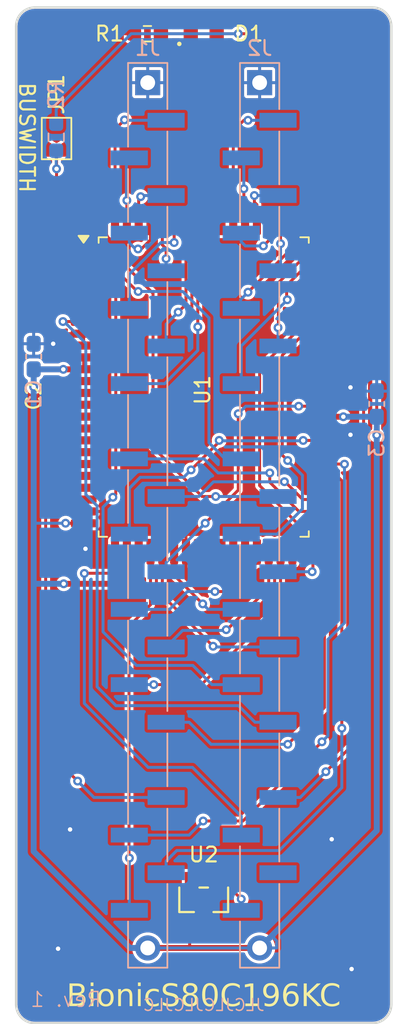
<source format=kicad_pcb>
(kicad_pcb (version 20241229) (generator "pcbnew") (generator_version "9.0")
  (title_block (title "BionicS80C196KC") (date "2025-12-03") (rev "1") (company "Tadashi G. Takaoka"))
  (layers (0 "F.Cu" signal) (2 "B.Cu" signal) (13 "F.Paste" user) (15 "B.Paste" user) (5 "F.SilkS" user "F.Silkscreen") (7 "B.SilkS" user "B.Silkscreen") (1 "F.Mask" user) (3 "B.Mask" user) (25 "Edge.Cuts" user))
  (net 0 "")
  (net 1 "VCC")
  (net 2 "GND")
  (net 3 "AD5")
  (net 4 "HSI.1")
  (net 5 "HSO.1")
  (net 6 "Net-(D1-K)")
  (net 7 "~{HOLD}")
  (net 8 "~{NMI}")
  (net 9 "AD6")
  (net 10 "HSI.0")
  (net 11 "AD4")
  (net 12 "Net-(J2-P57)")
  (net 13 "AD2")
  (net 14 "AD3")
  (net 15 "AD0")
  (net 16 "~{HLDA}")
  (net 17 "HSI.3")
  (net 18 "AD1")
  (net 19 "HSO.2")
  (net 20 "HSI.2")
  (net 21 "~{RESET}")
  (net 22 "AD7")
  (net 23 "HSO.0")
  (net 24 "HSO.3")
  (net 25 "EXINT")
  (net 26 "AD14")
  (net 28 "~{RD}")
  (net 29 "READY")
  (net 30 "XTAL1")
  (net 31 "RxD")
  (net 32 "AD11")
  (net 33 "AD8")
  (net 34 "AD13")
  (net 35 "AD12")
  (net 36 "TxD")
  (net 37 "AD15")
  (net 38 "~{BHE}")
  (net 39 "~{ADV}")
  (net 40 "~{WR}")
  (net 41 "INST")
  (net 42 "AD9")
  (net 43 "AD10")
  (net 69 "Net-(JP1-B)")
  (footprint "Resistor_SMD:R_0603_1608Metric_Pad0.98x0.95mm_HandSolder" (layer "F.Cu") (at 109.8919 71.778 180)
    (property "Reference" "R1")
    (property "Value" "1.6k")
  )
  (footprint "bionic:PQFP-80_14x20mm_P0.8mm" (layer "F.Cu") (at 113.7 95.6286)
    (property "Reference" "U1")
    (property "Value" "S80C196KC")
  )
  (footprint "rhom:LED_CSL1901UW1_ROM-M" (layer "F.Cu") (at 113.7 71.778)
    (property "Reference" "D1")
    (property "Value" "CSL1901UW1")
  )
  (footprint "bionic:SolderJumper-2_P1.3mm_Open_TrianglePad1.0x1.5mm" (layer "F.Cu") (at 103.7432 78.8527 -90)
    (property "Reference" "JP1")
    (property "Value" "BUSWIDTH")
  )
  (footprint "Capacitor_SMD:C_0603_1608Metric_Pad1.08x0.95mm_HandSolder" (layer "F.Cu") (at 102.1938 93.5712 90)
    (property "Reference" "C2")
    (property "Value" "22u")
  )
  (footprint "microchip:SOT-23_MC_MCH-M" (layer "F.Cu") (at 113.7 130.248 180)
    (property "Reference" "U2")
    (property "Value" "11AA010-I/TT")
  )
  (footprint "Resistor_SMD:R_0603_1608Metric_Pad0.98x0.95mm_HandSolder" (layer "B.Cu") (at 103.7178 78.763 -90)
    (property "Reference" "R2")
    (property "Value" "10k")
  )
  (footprint "Capacitor_SMD:C_0603_1608Metric_Pad1.08x0.95mm_HandSolder" (layer "B.Cu") (at 125.4094 96.7716 90)
    (property "Reference" "C3")
    (property "Value" "0.1u")
  )
  (footprint "Capacitor_SMD:C_0603_1608Metric_Pad1.08x0.95mm_HandSolder" (layer "B.Cu") (at 102.1938 93.5712 90)
    (property "Reference" "C1")
    (property "Value" "0.1u")
  )
  (footprint "bionic:Bionic-P245_SMT" (layer "B.Cu") (at 117.5054 104.29 180)
    (property "Reference" "J2")
    (property "Value" "Bionic-P245")
  )
  (footprint "bionic:Bionic-P135_SMT" (layer "B.Cu") (at 109.89 104.29 180)
    (property "Reference" "J1")
    (property "Value" "Bionic-P135")
  )
  (gr_arc (start 126.4 137.31) (mid 126.028026 138.208026) (end 125.13 138.58) (stroke (width 0.15)) (layer "Edge.Cuts"))
  (gr_arc (start 125.13 70) (mid 126.028026 70.371974) (end 126.4 71.27) (stroke (width 0.15)) (layer "Edge.Cuts"))
  (gr_line (start 102.27 70) (end 125.13 70) (stroke (width 0.15)) (layer "Edge.Cuts"))
  (gr_arc (start 102.27 138.58) (mid 101.371974 138.208026) (end 101 137.31) (stroke (width 0.15)) (layer "Edge.Cuts"))
  (gr_arc (start 101 71.27) (mid 101.371974 70.371974) (end 102.27 70) (stroke (width 0.15)) (layer "Edge.Cuts"))
  (gr_line (start 125.13 138.58) (end 102.27 138.58) (stroke (width 0.15)) (layer "Edge.Cuts"))
  (gr_line (start 126.4 71.27) (end 126.4 137.31) (stroke (width 0.15)) (layer "Edge.Cuts"))
  (gr_line (start 101 137.31) (end 101 71.27) (stroke (width 0.15)) (layer "Edge.Cuts"))
  (gr_text "BionicS80C196KC" (at 113.7 136.802 0) (layer "F.SilkS") (effects (font (size 1.5 1.5))))
  (gr_text "BUSWIDTH" (at 101.7366 78.7884 270) (layer "F.SilkS") (effects (font (size 1 1))))
  (gr_text "Rev. 1" (at 106.842 137.564 -0) (layer "B.SilkS") (effects (font (size 1 1) (thickness 0.1)) (justify left bottom mirror)))
  (gr_text "JLCJLCJLCJLC" (at 113.7 137.818 -0) (layer "B.SilkS") (effects (font (size 0.8 0.8) (thickness 0.1)) (justify bottom mirror)))
  (segment (start 112.76 133.5) (end 117.485 133.5) (width 0.4) (layer "F.Cu") (net 1))
  (segment (start 109.911 133.5) (end 112.76 133.5) (width 0.4) (layer "F.Cu") (net 1))
  (segment (start 114.5763 71.778) (end 114.576 71.778) (width 0.2) (layer "F.Cu") (net 1))
  (segment (start 123.149 97.6352) (end 121.832 97.6352) (width 0.4) (layer "F.Cu") (net 1))
  (segment (start 121.832 97.6352) (end 121.825 97.6286) (width 0.4) (layer "F.Cu") (net 1))
  (segment (start 116.037 71.778) (end 114.5763 71.778) (width 0.2) (layer "F.Cu") (net 1))
  (segment (start 109.9108 133.5) (end 109.911 133.5) (width 0.2) (layer "F.Cu") (net 1))
  (segment (start 125.409 77.7216) (end 119.466 71.778) (width 0.2) (layer "F.Cu") (net 1))
  (segment (start 119.466 71.778) (end 116.037 71.778) (width 0.2) (layer "F.Cu") (net 1))
  (segment (start 105.575 104.8286) (end 105.575 104.829) (width 0.2) (layer "F.Cu") (net 1))
  (segment (start 102.1938 94.4337) (end 102.194 94.4337) (width 0.2) (layer "F.Cu") (net 1))
  (segment (start 102.194 94.4337) (end 102.194 95.6286) (width 0.4) (layer "F.Cu") (net 1))
  (segment (start 108.6454 108.9128) (end 109.3 108.2582) (width 0.4) (layer "F.Cu") (net 1))
  (segment (start 105.575 93.6286) (end 105.575 94.4286) (width 0.2) (layer "F.Cu") (net 1))
  (segment (start 104.2 94.4348) (end 102.195 94.4348) (width 0.4) (layer "F.Cu") (net 1))
  (segment (start 105.569 94.4348) (end 105.575 94.4286) (width 0.4) (layer "F.Cu") (net 1))
  (segment (start 104.2258 108.9128) (end 108.6454 108.9128) (width 0.4) (layer "F.Cu") (net 1))
  (segment (start 104.2 94.4348) (end 105.569 94.4348) (width 0.4) (layer "F.Cu") (net 1))
  (segment (start 105.575 104.829) (end 104.358 104.829) (width 0.2) (layer "F.Cu") (net 1))
  (segment (start 125.409 98.8798) (end 125.409 77.7216) (width 0.2) (layer "F.Cu") (net 1))
  (segment (start 109.3 108.2582) (end 109.3 106.7536) (width 0.4) (layer "F.Cu") (net 1))
  (segment (start 112.75 129.182) (end 112.75 133.49) (width 0.2) (layer "F.Cu") (net 1))
  (segment (start 104.358 104.829) (end 104.353 104.823) (width 0.2) (layer "F.Cu") (net 1))
  (segment (start 102.195 94.4348) (end 102.194 94.4337) (width 0.4) (layer "F.Cu") (net 1))
  (segment (start 112.75 133.49) (end 112.76 133.5) (width 0.2) (layer "F.Cu") (net 1))
  (via (at 123.149 97.6352) (size 0.6) (drill 0.3) (layers "F.Cu" "B.Cu") (net 1))
  (via (at 104.353 104.823) (size 0.6) (drill 0.3) (layers "F.Cu" "B.Cu") (net 1))
  (via (at 102.194 95.6286) (size 0.6) (drill 0.3) (layers "F.Cu" "B.Cu") (net 1))
  (via (at 104.2258 108.9128) (size 0.6) (drill 0.3) (layers "F.Cu" "B.Cu") (net 1))
  (via (at 125.409 98.8798) (size 0.6) (drill 0.3) (layers "F.Cu" "B.Cu") (net 1))
  (via (at 116.037 71.778) (size 0.6) (drill 0.3) (layers "F.Cu" "B.Cu") (net 1))
  (via (at 104.2 94.4348) (size 0.6) (drill 0.3) (layers "F.Cu" "B.Cu") (net 1))
  (segment (start 125.409 125.575) (end 125.409 98.8798) (width 0.4) (layer "B.Cu") (net 1))
  (segment (start 117.485 133.5) (end 118.4548 132.5301) (width 0.4) (layer "B.Cu") (net 1))
  (segment (start 125.409 97.6341) (end 123.15 97.6341) (width 0.4) (layer "B.Cu") (net 1))
  (segment (start 118.4548 132.8414) (end 118.6363 133.0229) (width 0.2) (layer "B.Cu") (net 1))
  (segment (start 102.194 104.823) (end 102.194 94.4337) (width 0.4) (layer "B.Cu") (net 1))
  (segment (start 109.911 133.5) (end 109.9108 133.5) (width 0.4) (layer "B.Cu") (net 1))
  (segment (start 103.718 77.3542) (end 103.7178 77.3544) (width 0.2) (layer "B.Cu") (net 1))
  (segment (start 118.6363 133.0229) (end 118.6363 133.5) (width 0.2) (layer "B.Cu") (net 1))
  (segment (start 125.4094 97.6341) (end 125.409 97.6341) (width 0.2) (layer "B.Cu") (net 1))
  (segment (start 117.4846 133.5) (end 109.9108 133.5) (width 0.2) (layer "B.Cu") (net 1))
  (segment (start 102.194 126.985) (end 102.194 108.9128) (width 0.4) (layer "B.Cu") (net 1))
  (segment (start 108.709 133.5) (end 102.194 126.985) (width 0.4) (layer "B.Cu") (net 1))
  (segment (start 103.718 77.8505) (end 103.718 77.3542) (width 0.2) (layer "B.Cu") (net 1))
  (segment (start 102.194 108.9128) (end 102.194 104.823) (width 0.4) (layer "B.Cu") (net 1))
  (segment (start 108.798 71.778) (end 116.037 71.778) (width 0.2) (layer "B.Cu") (net 1))
  (segment (start 104.353 104.823) (end 102.194 104.823) (width 0.2) (layer "B.Cu") (net 1))
  (segment (start 102.194 94.4337) (end 104.199 94.4337) (width 0.4) (layer "B.Cu") (net 1))
  (segment (start 102.1938 94.4337) (end 102.194 94.4337) (width 0.2) (layer "B.Cu") (net 1))
  (segment (start 118.4548 132.5301) (end 118.4548 132.8414) (width 0.2) (layer "B.Cu") (net 1))
  (segment (start 103.7178 77.3544) (end 103.7178 77.8505) (width 0.2) (layer "B.Cu") (net 1))
  (segment (start 123.15 97.6341) (end 123.149 97.6352) (width 0.4) (layer "B.Cu") (net 1))
  (segment (start 104.2258 108.9128) (end 102.194 108.9128) (width 0.4) (layer "B.Cu") (net 1))
  (segment (start 104.199 94.4337) (end 104.2 94.4348) (width 0.4) (layer "B.Cu") (net 1))
  (segment (start 117.4846 133.5) (end 118.6363 133.5) (width 0.2) (layer "B.Cu") (net 1))
  (segment (start 103.718 76.858) (end 108.798 71.778) (width 0.2) (layer "B.Cu") (net 1))
  (segment (start 125.409 98.8798) (end 125.409 97.6341) (width 0.4) (layer "B.Cu") (net 1))
  (segment (start 109.9108 133.5) (end 108.709 133.5) (width 0.4) (layer "B.Cu") (net 1))
  (segment (start 118.4548 132.5301) (end 125.409 125.575) (width 0.4) (layer "B.Cu") (net 1))
  (segment (start 103.718 77.3542) (end 103.718 76.858) (width 0.2) (layer "B.Cu") (net 1))
  (via (at 105.699 106.5506) (size 0.6) (drill 0.3) (layers "F.Cu" "B.Cu") (net 2))
  (via (at 103.8448 133.5508) (size 0.6) (drill 0.3) (layers "F.Cu" "B.Cu") (net 2))
  (via (at 123.7076 134.9224) (size 0.6) (drill 0.3) (layers "F.Cu" "B.Cu") (net 2))
  (via (at 123.6314 95.654) (size 0.6) (drill 0.3) (layers "F.Cu" "B.Cu") (net 2))
  (via (at 123.6314 98.8544) (size 0.6) (drill 0.3) (layers "F.Cu" "B.Cu") (net 2))
  (via (at 122.3614 126.1594) (size 0.6) (drill 0.3) (layers "F.Cu" "B.Cu") (net 2))
  (via (at 103.5146 92.7076) (size 0.6) (drill 0.3) (layers "F.Cu" "B.Cu") (net 2))
  (via (at 104.6576 125.499) (size 0.6) (drill 0.3) (layers "F.Cu" "B.Cu") (net 2))
  (segment (start 111.7 85.875) (end 111.7 84.5036) (width 0.2) (layer "F.Cu") (net 3))
  (via (at 111.7 85.875) (size 0.6) (drill 0.3) (layers "F.Cu" "B.Cu") (net 3))
  (segment (start 111.7 85.875) (end 110.8044 85.875) (width 0.2) (layer "B.Cu") (net 3))
  (segment (start 108.6662 88.0132) (end 108.6662 90.32) (width 0.2) (layer "B.Cu") (net 3))
  (segment (start 110.8044 85.875) (end 108.6662 88.0132) (width 0.2) (layer "B.Cu") (net 3))
  (segment (start 115.224 112.0116) (end 115.2748 112.0116) (width 0.2) (layer "F.Cu") (net 4))
  (segment (start 115.2748 112.0116) (end 118.1 109.1864) (width 0.2) (layer "F.Cu") (net 4))
  (segment (start 118.1 109.1864) (end 118.1 106.7536) (width 0.2) (layer "F.Cu") (net 4))
  (via (at 115.224 112.0116) (size 0.6) (drill 0.3) (layers "F.Cu" "B.Cu") (net 4))
  (segment (start 112.273 112.0624) (end 111.1554 113.18) (width 0.2) (layer "B.Cu") (net 4))
  (segment (start 115.1732 112.0624) (end 112.273 112.0624) (width 0.2) (layer "B.Cu") (net 4))
  (segment (start 115.224 112.0116) (end 115.1732 112.0624) (width 0.2) (layer "B.Cu") (net 4))
  (segment (start 119.161 102.019998) (end 119.202398 102.019998) (width 0.2) (layer "F.Cu") (net 5))
  (segment (start 121.1116 103.2232) (end 121.117 103.2286) (width 0.2) (layer "F.Cu") (net 5))
  (segment (start 121.117 103.2286) (end 121.825 103.2286) (width 0.2) (layer "F.Cu") (net 5))
  (segment (start 120.4056 103.2232) (end 121.1116 103.2232) (width 0.2) (layer "F.Cu") (net 5))
  (segment (start 119.202398 102.019998) (end 120.4056 103.2232) (width 0.2) (layer "F.Cu") (net 5))
  (via (at 119.161 102.019998) (size 0.6) (drill 0.3) (layers "F.Cu" "B.Cu") (net 5))
  (segment (start 114.3604 102.0294) (end 113.3698 103.02) (width 0.2) (layer "B.Cu") (net 5))
  (segment (start 119.151598 102.0294) (end 114.3604 102.0294) (width 0.2) (layer "B.Cu") (net 5))
  (segment (start 113.3698 103.02) (end 111.1554 103.02) (width 0.2) (layer "B.Cu") (net 5))
  (segment (start 119.161 102.019998) (end 119.151598 102.0294) (width 0.2) (layer "B.Cu") (net 5))
  (segment (start 110.804 71.778) (end 112.824 71.778) (width 0.2) (layer "F.Cu") (net 6))
  (segment (start 116.3543 124.9275) (end 121.701 119.5808) (width 0.2) (layer "F.Cu") (net 7))
  (segment (start 122.9254 100.8286) (end 121.825 100.8286) (width 0.2) (layer "F.Cu") (net 7))
  (segment (start 123.225 100.8356) (end 122.9324 100.8356) (width 0.2) (layer "F.Cu") (net 7))
  (segment (start 122.9324 100.8356) (end 122.9254 100.8286) (width 0.2) (layer "F.Cu") (net 7))
  (segment (start 113.6619 124.9275) (end 116.3543 124.9275) (width 0.2) (layer "F.Cu") (net 7))
  (via (at 121.701 119.5808) (size 0.6) (drill 0.3) (layers "F.Cu" "B.Cu") (net 7))
  (via (at 113.6619 124.9275) (size 0.6) (drill 0.3) (layers "F.Cu" "B.Cu") (net 7))
  (via (at 123.225 100.8356) (size 0.6) (drill 0.3) (layers "F.Cu" "B.Cu") (net 7))
  (segment (start 123.2267 100.8373) (end 123.225 100.8356) (width 0.2) (layer "B.Cu") (net 7))
  (segment (start 121.701 119.5808) (end 122.1074 119.1744) (width 0.2) (layer "B.Cu") (net 7))
  (segment (start 108.6662 125.88) (end 112.7094 125.88) (width 0.2) (layer "B.Cu") (net 7))
  (segment (start 112.7094 125.88) (end 113.6619 124.9275) (width 0.2) (layer "B.Cu") (net 7))
  (segment (start 123.2267 111.5524) (end 123.2267 100.8373) (width 0.2) (layer "B.Cu") (net 7))
  (segment (start 122.1074 112.6717) (end 123.2267 111.5524) (width 0.2) (layer "B.Cu") (net 7))
  (segment (start 122.1074 119.1744) (end 122.1074 112.6717) (width 0.2) (layer "B.Cu") (net 7))
  (segment (start 103.0066 120.072) (end 105.1668 122.2322) (width 0.2) (layer "F.Cu") (net 8))
  (segment (start 105.575 96.0286) (end 104.5116 96.0286) (width 0.2) (layer "F.Cu") (net 8))
  (segment (start 104.5116 96.0286) (end 103.0066 97.5336) (width 0.2) (layer "F.Cu") (net 8))
  (segment (start 103.0066 97.5336) (end 103.0066 120.072) (width 0.2) (layer "F.Cu") (net 8))
  (via (at 105.1668 122.2322) (size 0.6) (drill 0.3) (layers "F.Cu" "B.Cu") (net 8))
  (segment (start 111.1554 123.34) (end 109.5987 123.34) (width 0.2) (layer "B.Cu") (net 8))
  (segment (start 105.1668 122.2322) (end 106.2746 123.34) (width 0.2) (layer "B.Cu") (net 8))
  (segment (start 106.2746 123.34) (end 109.5987 123.34) (width 0.2) (layer "B.Cu") (net 8))
  (segment (start 112.5 90.0468) (end 112.5 84.5036) (width 0.2) (layer "F.Cu") (net 9))
  (segment (start 111.9728 90.574) (end 112.5 90.0468) (width 0.2) (layer "F.Cu") (net 9))
  (via (at 111.9728 90.574) (size 0.6) (drill 0.3) (layers "F.Cu" "B.Cu") (net 9))
  (segment (start 111.16 91.3868) (end 111.16 92.8554) (width 0.2) (layer "B.Cu") (net 9))
  (segment (start 111.16 92.8554) (end 111.1554 92.86) (width 0.2) (layer "B.Cu") (net 9))
  (segment (start 111.9728 90.574) (end 111.16 91.3868) (width 0.2) (layer "B.Cu") (net 9))
  (segment (start 117.3 107.4884) (end 115.3521 109.4363) (width 0.2) (layer "F.Cu") (net 10))
  (segment (start 117.3 106.7536) (end 117.3 107.4884) (width 0.2) (layer "F.Cu") (net 10))
  (segment (start 115.3521 109.4363) (end 114.4604 109.4363) (width 0.2) (layer "F.Cu") (net 10))
  (via (at 114.4604 109.4363) (size 0.6) (drill 0.3) (layers "F.Cu" "B.Cu") (net 10))
  (segment (start 114.4604 109.4363) (end 112.5923 109.4363) (width 0.2) (layer "B.Cu") (net 10))
  (segment (start 111.3886 110.64) (end 108.6662 110.64) (width 0.2) (layer "B.Cu") (net 10))
  (segment (start 112.5923 109.4363) (end 111.3886 110.64) (width 0.2) (layer "B.Cu") (net 10))
  (segment (start 111.1554 86.2888) (end 110.9 86.0334) (width 0.2) (layer "F.Cu") (net 11))
  (segment (start 110.9 86.0334) (end 110.9 84.5036) (width 0.2) (layer "F.Cu") (net 11))
  (segment (start 111.1554 86.9672) (end 111.1554 86.2888) (width 0.2) (layer "F.Cu") (net 11))
  (via (at 111.1554 86.9672) (size 0.6) (drill 0.3) (layers "F.Cu" "B.Cu") (net 11))
  (segment (start 111.1554 86.9672) (end 111.1554 87.78) (width 0.2) (layer "B.Cu") (net 11))
  (segment (start 115.224 129.182) (end 116.24 130.198) (width 0.2) (layer "F.Cu") (net 12))
  (segment (start 114.65 129.182) (end 115.224 129.182) (width 0.2) (layer "F.Cu") (net 12))
  (via (at 116.24 130.198) (size 0.6) (drill 0.3) (layers "F.Cu" "B.Cu") (net 12))
  (segment (start 116.24 130.198) (end 116.24 130.96) (width 0.2) (layer "B.Cu") (net 12))
  (segment (start 109.4328 82.7762) (end 109.3 82.909) (width 0.2) (layer "F.Cu") (net 13))
  (segment (start 109.3 82.909) (end 109.3 84.5036) (width 0.2) (layer "F.Cu") (net 13))
  (via (at 109.4328 82.7762) (size 0.6) (drill 0.3) (layers "F.Cu" "B.Cu") (net 13))
  (segment (start 109.4328 82.7762) (end 109.509 82.7) (width 0.2) (layer "B.Cu") (net 13))
  (segment (start 109.509 82.7) (end 111.1554 82.7) (width 0.2) (layer "B.Cu") (net 13))
  (segment (start 110.1 85.6904) (end 109.4836 86.3068) (width 0.2) (layer "F.Cu") (net 14))
  (segment (start 110.1 84.5036) (end 110.1 85.6904) (width 0.2) (layer "F.Cu") (net 14))
  (segment (start 109.4836 86.3068) (end 109.255 86.3068) (width 0.2) (layer "F.Cu") (net 14))
  (via (at 109.255 86.3068) (size 0.6) (drill 0.3) (layers "F.Cu" "B.Cu") (net 14))
  (segment (start 109.0772 86.3068) (end 108.6708 85.9004) (width 0.2) (layer "B.Cu") (net 14))
  (segment (start 108.6708 85.24) (end 108.6662 85.24) (width 0.2) (layer "B.Cu") (net 14))
  (segment (start 108.6708 85.9004) (end 108.6708 85.24) (width 0.2) (layer "B.Cu") (net 14))
  (segment (start 109.255 86.3068) (end 109.0772 86.3068) (width 0.2) (layer "B.Cu") (net 14))
  (segment (start 108.3406 77.5946) (end 107.7 78.2352) (width 0.2) (layer "F.Cu") (net 15))
  (segment (start 107.7 78.2352) (end 107.7 84.5036) (width 0.2) (layer "F.Cu") (net 15))
  (via (at 108.3406 77.5946) (size 0.6) (drill 0.3) (layers "F.Cu" "B.Cu") (net 15))
  (segment (start 108.366 77.62) (end 111.1554 77.62) (width 0.2) (layer "B.Cu") (net 15))
  (segment (start 108.3406 77.5946) (end 108.366 77.62) (width 0.2) (layer "B.Cu") (net 15))
  (segment (start 123.0467 101.9527) (end 122.7226 101.6286) (width 0.2) (layer "F.Cu") (net 16))
  (segment (start 122.7226 101.6286) (end 121.825 101.6286) (width 0.2) (layer "F.Cu") (net 16))
  (segment (start 123.0467 118.6664) (end 123.0467 101.9527) (width 0.2) (layer "F.Cu") (net 16))
  (via (at 123.0467 118.6664) (size 0.6) (drill 0.3) (layers "F.Cu" "B.Cu") (net 16))
  (segment (start 111.877 126.9214) (end 111.1554 127.643) (width 0.2) (layer "B.Cu") (net 16))
  (segment (start 111.1554 127.643) (end 111.1554 128.42) (width 0.2) (layer "B.Cu") (net 16))
  (segment (start 123.0467 118.6664) (end 123.0467 122.6801) (width 0.2) (layer "B.Cu") (net 16))
  (segment (start 118.8054 126.9214) (end 111.877 126.9214) (width 0.2) (layer "B.Cu") (net 16))
  (segment (start 123.0467 122.6801) (end 118.8054 126.9214) (width 0.2) (layer "B.Cu") (net 16))
  (segment (start 121.87 117.2678) (end 119.3893 119.7485) (width 0.2) (layer "F.Cu") (net 17))
  (segment (start 121.825 104.8286) (end 121.87 104.8736) (width 0.2) (layer "F.Cu") (net 17))
  (segment (start 121.87 104.8736) (end 121.87 117.2678) (width 0.2) (layer "F.Cu") (net 17))
  (via (at 119.3893 119.7485) (size 0.6) (drill 0.3) (layers "F.Cu" "B.Cu") (net 17))
  (segment (start 111.1554 118.26) (end 112.7121 118.26) (width 0.2) (layer "B.Cu") (net 17))
  (segment (start 114.2006 119.7485) (end 112.7121 118.26) (width 0.2) (layer "B.Cu") (net 17))
  (segment (start 119.3893 119.7485) (end 114.2006 119.7485) (width 0.2) (layer "B.Cu") (net 17))
  (segment (start 108.5 83.0302) (end 108.5 84.5036) (width 0.2) (layer "F.Cu") (net 18))
  (via (at 108.5 83.0302) (size 0.6) (drill 0.3) (layers "F.Cu" "B.Cu") (net 18))
  (segment (start 108.4676 82.9978) (end 108.4676 80.3586) (width 0.2) (layer "B.Cu") (net 18))
  (segment (start 108.4676 80.3586) (end 108.6662 80.16) (width 0.2) (layer "B.Cu") (net 18))
  (segment (start 108.5 83.0302) (end 108.4676 82.9978) (width 0.2) (layer "B.Cu") (net 18))
  (segment (start 114.746565 99.322235) (end 114.746565 99.230235) (width 0.2) (layer "F.Cu") (net 19))
  (segment (start 112.8443 101.2245) (end 114.746565 99.322235) (width 0.2) (layer "F.Cu") (net 19))
  (segment (start 121.8182 99.2354) (end 121.825 99.2286) (width 0.2) (layer "F.Cu") (net 19))
  (segment (start 120.431 99.2354) (end 121.8182 99.2354) (width 0.2) (layer "F.Cu") (net 19))
  (via (at 114.746565 99.230235) (size 0.6) (drill 0.3) (layers "F.Cu" "B.Cu") (net 19))
  (via (at 120.431 99.2354) (size 0.6) (drill 0.3) (layers "F.Cu" "B.Cu") (net 19))
  (via (at 112.8443 101.2245) (size 0.6) (drill 0.3) (layers "F.Cu" "B.Cu") (net 19))
  (segment (start 112.8443 101.2245) (end 112.3442 101.7246) (width 0.2) (layer "B.Cu") (net 19))
  (segment (start 109.4074 101.7246) (end 108.6662 102.4658) (width 0.2) (layer "B.Cu") (net 19))
  (segment (start 114.746565 99.230235) (end 114.77713 99.2608) (width 0.2) (layer "B.Cu") (net 19))
  (segment (start 112.3442 101.7246) (end 109.4074 101.7246) (width 0.2) (layer "B.Cu") (net 19))
  (segment (start 108.6662 102.4658) (end 108.6662 105.56) (width 0.2) (layer "B.Cu") (net 19))
  (segment (start 114.77713 99.2608) (end 120.431 99.2608) (width 0.2) (layer "B.Cu") (net 19))
  (segment (start 113.5476 115.72) (end 110.3218 115.72) (width 0.2) (layer "F.Cu") (net 20))
  (segment (start 118.9 106.7536) (end 118.9 110.3676) (width 0.2) (layer "F.Cu") (net 20))
  (segment (start 118.9 110.3676) (end 113.5476 115.72) (width 0.2) (layer "F.Cu") (net 20))
  (via (at 110.3218 115.72) (size 0.6) (drill 0.3) (layers "F.Cu" "B.Cu") (net 20))
  (segment (start 110.3218 115.72) (end 108.6662 115.72) (width 0.2) (layer "B.Cu") (net 20))
  (segment (start 108.6708 127.4294) (end 108.6454 127.404) (width 0.2) (layer "F.Cu") (net 21))
  (segment (start 108.6454 127.404) (end 108.6454 111.783) (width 0.2) (layer "F.Cu") (net 21))
  (segment (start 108.6454 111.783) (end 110.1 110.3284) (width 0.2) (layer "F.Cu") (net 21))
  (segment (start 110.1 110.3284) (end 110.1 106.7536) (width 0.2) (layer "F.Cu") (net 21))
  (via (at 108.6708 127.4294) (size 0.6) (drill 0.3) (layers "F.Cu" "B.Cu") (net 21))
  (segment (start 108.6708 127.4294) (end 108.6662 127.434) (width 0.2) (layer "B.Cu") (net 21))
  (segment (start 108.6662 127.434) (end 108.6662 130.96) (width 0.2) (layer "B.Cu") (net 21))
  (segment (start 113.3 91.5646) (end 113.3 84.5036) (width 0.2) (layer "F.Cu") (net 22))
  (via (at 113.3 91.5646) (size 0.6) (drill 0.3) (layers "F.Cu" "B.Cu") (net 22))
  (segment (start 113.3 93.1584) (end 111.0584 95.4) (width 0.2) (layer "B.Cu") (net 22))
  (segment (start 111.0584 95.4) (end 108.6662 95.4) (width 0.2) (layer "B.Cu") (net 22))
  (segment (start 113.3 91.5646) (end 113.3 93.1584) (width 0.2) (layer "B.Cu") (net 22))
  (segment (start 118.1704 102.0548) (end 120.1442 104.0286) (width 0.2) (layer "F.Cu") (net 23))
  (segment (start 120.1442 104.0286) (end 121.825 104.0286) (width 0.2) (layer "F.Cu") (net 23))
  (segment (start 118.1704 101.4294) (end 118.1704 102.0548) (width 0.2) (layer "F.Cu") (net 23))
  (via (at 118.1704 101.4294) (size 0.6) (drill 0.3) (layers "F.Cu" "B.Cu") (net 23))
  (segment (start 118.1704 101.4294) (end 114.6748 101.4294) (width 0.2) (layer "B.Cu") (net 23))
  (segment (start 113.7254 100.48) (end 108.6662 100.48) (width 0.2) (layer "B.Cu") (net 23))
  (segment (start 114.6748 101.4294) (end 113.7254 100.48) (width 0.2) (layer "B.Cu") (net 23))
  (segment (start 120.1262 96.924) (end 121.7296 96.924) (width 0.2) (layer "F.Cu") (net 24))
  (segment (start 121.7296 96.924) (end 121.825 96.8286) (width 0.2) (layer "F.Cu") (net 24))
  (segment (start 116.0368 102.5882) (end 116.0368 97.432) (width 0.2) (layer "F.Cu") (net 24))
  (segment (start 113.8016 104.8234) (end 116.0368 102.5882) (width 0.2) (layer "F.Cu") (net 24))
  (via (at 113.8016 104.8234) (size 0.6) (drill 0.3) (layers "F.Cu" "B.Cu") (net 24))
  (via (at 120.1262 96.924) (size 0.6) (drill 0.3) (layers "F.Cu" "B.Cu") (net 24))
  (via (at 116.0368 97.432) (size 0.6) (drill 0.3) (layers "F.Cu" "B.Cu") (net 24))
  (segment (start 111.1554 107.4696) (end 111.1554 108.1) (width 0.2) (layer "B.Cu") (net 24))
  (segment (start 116.5448 96.924) (end 120.1262 96.924) (width 0.2) (layer "B.Cu") (net 24))
  (segment (start 113.8016 104.8234) (end 111.1554 107.4696) (width 0.2) (layer "B.Cu") (net 24))
  (segment (start 116.0368 97.432) (end 116.5448 96.924) (width 0.2) (layer "B.Cu") (net 24))
  (segment (start 105.6228 108.2128) (end 105.634 108.2016) (width 0.2) (layer "F.Cu") (net 25))
  (segment (start 108.1628 108.2016) (end 108.5 107.8644) (width 0.2) (layer "F.Cu") (net 25))
  (segment (start 105.634 108.2016) (end 108.1628 108.2016) (width 0.2) (layer "F.Cu") (net 25))
  (segment (start 108.5 107.8644) (end 108.5 106.7536) (width 0.2) (layer "F.Cu") (net 25))
  (via (at 105.6228 108.2128) (size 0.6) (drill 0.3) (layers "F.Cu" "B.Cu") (net 25))
  (segment (start 105.6228 116.99) (end 109.9408 121.308) (width 0.2) (layer "B.Cu") (net 25))
  (segment (start 105.6228 108.2128) (end 105.6228 116.99) (width 0.2) (layer "B.Cu") (net 25))
  (segment (start 112.938 121.308) (end 116.24 124.61) (width 0.2) (layer "B.Cu") (net 25))
  (segment (start 109.9408 121.308) (end 112.938 121.308) (width 0.2) (layer "B.Cu") (net 25))
  (segment (start 116.24 124.61) (end 116.24 125.88) (width 0.2) (layer "B.Cu") (net 25))
  (segment (start 120.9188 86.4286) (end 121.825 86.4286) (width 0.2) (layer "F.Cu") (net 26))
  (segment (start 118.7292 91.6214) (end 118.7546 91.596) (width 0.2) (layer "F.Cu") (net 26))
  (segment (start 118.7546 88.5928) (end 120.9188 86.4286) (width 0.2) (layer "F.Cu") (net 26))
  (segment (start 118.7546 91.596) (end 118.7546 88.5928) (width 0.2) (layer "F.Cu") (net 26))
  (via (at 118.7292 91.6214) (size 0.6) (drill 0.3) (layers "F.Cu" "B.Cu") (net 26))
  (segment (start 118.7292 91.6214) (end 118.7292 92.86) (width 0.2) (layer "B.Cu") (net 26))
  (segment (start 113.5953 103.02) (end 110.271 99.6957) (width 0.2) (layer "F.Cu") (net 28))
  (segment (start 110.271 99.6957) (end 110.271 89.304) (width 0.2) (layer "F.Cu") (net 28))
  (segment (start 114.5128 103.02) (end 113.5953 103.02) (width 0.2) (layer "F.Cu") (net 28))
  (segment (start 107.3956 86.4286) (end 105.575 86.4286) (width 0.2) (layer "F.Cu") (net 28))
  (segment (start 110.271 89.304) (end 107.3956 86.4286) (width 0.2) (layer "F.Cu") (net 28))
  (via (at 114.5128 103.02) (size 0.6) (drill 0.3) (layers "F.Cu" "B.Cu") (net 28))
  (segment (start 114.5128 103.02) (end 118.7292 103.02) (width 0.2) (layer "B.Cu") (net 28))
  (segment (start 124.5204 91.1074) (end 123.0416 89.6286) (width 0.2) (layer "F.Cu") (net 29))
  (segment (start 124.5204 119.0474) (end 124.5204 91.1074) (width 0.2) (layer "F.Cu") (net 29))
  (segment (start 121.9677 121.6001) (end 124.5204 119.0474) (width 0.2) (layer "F.Cu") (net 29))
  (segment (start 123.0416 89.6286) (end 121.825 89.6286) (width 0.2) (layer "F.Cu") (net 29))
  (via (at 121.9677 121.6001) (size 0.6) (drill 0.3) (layers "F.Cu" "B.Cu") (net 29))
  (segment (start 120.2278 123.34) (end 118.7292 123.34) (width 0.2) (layer "B.Cu") (net 29))
  (segment (start 121.9677 121.6001) (end 120.2278 123.34) (width 0.2) (layer "B.Cu") (net 29))
  (segment (start 104.175 91.209) (end 105.5554 91.209) (width 0.2) (layer "F.Cu") (net 30))
  (segment (start 105.5554 91.209) (end 105.575 91.2286) (width 0.2) (layer "F.Cu") (net 30))
  (via (at 104.175 91.209) (size 0.6) (drill 0.3) (layers "F.Cu" "B.Cu") (net 30))
  (segment (start 116.0549 117.1424) (end 117.1725 118.26) (width 0.2) (layer "B.Cu") (net 30))
  (segment (start 105.7244 92.6822) (end 105.7244 102.8877) (width 0.2) (layer "B.Cu") (net 30))
  (segment (start 104.2512 91.209) (end 105.7244 92.6822) (width 0.2) (layer "B.Cu") (net 30))
  (segment (start 106.4864 103.6497) (end 106.4864 115.8627) (width 0.2) (layer "B.Cu") (net 30))
  (segment (start 105.7244 102.8877) (end 106.4864 103.6497) (width 0.2) (layer "B.Cu") (net 30))
  (segment (start 107.7661 117.1424) (end 116.0549 117.1424) (width 0.2) (layer "B.Cu") (net 30))
  (segment (start 117.1725 118.26) (end 118.7292 118.26) (width 0.2) (layer "B.Cu") (net 30))
  (segment (start 106.4864 115.8627) (end 107.7661 117.1424) (width 0.2) (layer "B.Cu") (net 30))
  (segment (start 104.175 91.209) (end 104.2512 91.209) (width 0.2) (layer "B.Cu") (net 30))
  (segment (start 110.9 109.6942) (end 110.9 106.7536) (width 0.2) (layer "F.Cu") (net 31))
  (segment (start 114.335 113.1292) (end 110.9 109.6942) (width 0.2) (layer "F.Cu") (net 31))
  (via (at 114.335 113.1292) (size 0.6) (drill 0.3) (layers "F.Cu" "B.Cu") (net 31))
  (segment (start 114.3858 113.18) (end 118.7292 113.18) (width 0.2) (layer "B.Cu") (net 31))
  (segment (start 114.335 113.1292) (end 114.3858 113.18) (width 0.2) (layer "B.Cu") (net 31))
  (segment (start 117.7386 86.1036) (end 118.1 85.7422) (width 0.2) (layer "F.Cu") (net 32))
  (segment (start 118.1 85.7422) (end 118.1 84.5036) (width 0.2) (layer "F.Cu") (net 32))
  (via (at 117.7386 86.1036) (size 0.6) (drill 0.3) (layers "F.Cu" "B.Cu") (net 32))
  (segment (start 117.7386 86.1036) (end 116.5194 86.1036) (width 0.2) (layer "B.Cu") (net 32))
  (segment (start 116.24 85.8242) (end 116.24 85.24) (width 0.2) (layer "B.Cu") (net 32))
  (segment (start 116.5194 86.1036) (end 116.24 85.8242) (width 0.2) (layer "B.Cu") (net 32))
  (segment (start 115.7 78.3378) (end 115.7 84.5036) (width 0.2) (layer "F.Cu") (net 33))
  (segment (start 116.4178 77.62) (end 115.7 78.3378) (width 0.2) (layer "F.Cu") (net 33))
  (segment (start 116.6972 77.62) (end 116.4178 77.62) (width 0.2) (layer "F.Cu") (net 33))
  (via (at 116.6972 77.62) (size 0.6) (drill 0.3) (layers "F.Cu" "B.Cu") (net 33))
  (segment (start 116.6972 77.62) (end 118.7292 77.62) (width 0.2) (layer "B.Cu") (net 33))
  (segment (start 116.6972 89.2278) (end 119.7 86.225) (width 0.2) (layer "F.Cu") (net 34))
  (segment (start 119.7 86.225) (end 119.7 84.5036) (width 0.2) (layer "F.Cu") (net 34))
  (via (at 116.6972 89.2278) (size 0.6) (drill 0.3) (layers "F.Cu" "B.Cu") (net 34))
  (segment (start 116.6972 89.2278) (end 116.1892 89.7358) (width 0.2) (layer "B.Cu") (net 34))
  (segment (start 116.1892 89.7358) (end 116.1892 90.2692) (width 0.2) (layer "B.Cu") (net 34))
  (segment (start 116.1892 90.2692) (end 116.24 90.32) (width 0.2) (layer "B.Cu") (net 34))
  (segment (start 118.9 85.9512) (end 118.9 84.5036) (width 0.2) (layer "F.Cu") (net 35))
  (via (at 118.9 85.9512) (size 0.6) (drill 0.3) (layers "F.Cu" "B.Cu") (net 35))
  (segment (start 118.9 87.6092) (end 118.7292 87.78) (width 0.2) (layer "B.Cu") (net 35))
  (segment (start 118.9 85.9512) (end 118.9 87.6092) (width 0.2) (layer "B.Cu") (net 35))
  (segment (start 111.7 108.3387) (end 111.7 106.7536) (width 0.2) (layer "F.Cu") (net 36))
  (segment (start 113.6315 110.2702) (end 111.7 108.3387) (width 0.2) (layer "F.Cu") (net 36))
  (via (at 113.6315 110.2702) (size 0.6) (drill 0.3) (layers "F.Cu" "B.Cu") (net 36))
  (segment (start 116.24 110.64) (end 114.0013 110.64) (width 0.2) (layer "B.Cu") (net 36))
  (segment (start 114.0013 110.64) (end 113.6315 110.2702) (width 0.2) (layer "B.Cu") (net 36))
  (segment (start 119.3546 89.7358) (end 119.3134 89.6946) (width 0.2) (layer "F.Cu") (net 37))
  (segment (start 119.3134 89.6946) (end 119.3134 88.7706) (width 0.2) (layer "F.Cu") (net 37))
  (segment (start 120.8554 87.2286) (end 121.825 87.2286) (width 0.2) (layer "F.Cu") (net 37))
  (segment (start 119.3134 88.7706) (end 120.8554 87.2286) (width 0.2) (layer "F.Cu") (net 37))
  (via (at 119.3546 89.7358) (size 0.6) (drill 0.3) (layers "F.Cu" "B.Cu") (net 37))
  (segment (start 119.3546 89.7358) (end 119.3546 89.7454) (width 0.2) (layer "B.Cu") (net 37))
  (segment (start 116.24 92.86) (end 116.24 95.4) (width 0.2) (layer "B.Cu") (net 37))
  (segment (start 119.3546 89.7454) (end 116.24 92.86) (width 0.2) (layer "B.Cu") (net 37))
  (segment (start 117.4846 102.2834) (end 117.4846 94.384) (width 0.2) (layer "F.Cu") (net 38))
  (segment (start 117.4846 94.384) (end 120.64 91.2286) (width 0.2) (layer "F.Cu") (net 38))
  (segment (start 121.0914 105.8902) (end 117.4846 102.2834) (width 0.2) (layer "F.Cu") (net 38))
  (segment (start 120.64 91.2286) (end 121.825 91.2286) (width 0.2) (layer "F.Cu") (net 38))
  (segment (start 121.0914 108.0492) (end 121.0914 105.8902) (width 0.2) (layer "F.Cu") (net 38))
  (segment (start 121.0406 108.1) (end 121.0914 108.0492) (width 0.2) (layer "F.Cu") (net 38))
  (via (at 121.0406 108.1) (size 0.6) (drill 0.3) (layers "F.Cu" "B.Cu") (net 38))
  (segment (start 121.0406 108.1) (end 118.7292 108.1) (width 0.2) (layer "B.Cu") (net 38))
  (segment (start 107.2558 87.2286) (end 105.575 87.2286) (width 0.2) (layer "F.Cu") (net 39))
  (segment (start 109.1392 89.05) (end 109.0772 89.05) (width 0.2) (layer "F.Cu") (net 39))
  (segment (start 109.2662 89.177) (end 109.1392 89.05) (width 0.2) (layer "F.Cu") (net 39))
  (segment (start 109.0772 89.05) (end 107.2558 87.2286) (width 0.2) (layer "F.Cu") (net 39))
  (via (at 109.2662 89.177) (size 0.6) (drill 0.3) (layers "F.Cu" "B.Cu") (net 39))
  (segment (start 112.2776 89.177) (end 114.0556 90.955) (width 0.2) (layer "B.Cu") (net 39))
  (segment (start 115.1478 100.48) (end 116.24 100.48) (width 0.2) (layer "B.Cu") (net 39))
  (segment (start 114.0556 90.955) (end 114.0556 99.3878) (width 0.2) (layer "B.Cu") (net 39))
  (segment (start 114.0556 99.3878) (end 115.1478 100.48) (width 0.2) (layer "B.Cu") (net 39))
  (segment (start 109.2662 89.177) (end 112.2776 89.177) (width 0.2) (layer "B.Cu") (net 39))
  (segment (start 119.0171 100.227) (end 119.0171 93.4865) (width 0.2) (layer "F.Cu") (net 40))
  (segment (start 119.38065 100.59055) (end 119.0171 100.227) (width 0.2) (layer "F.Cu") (net 40))
  (segment (start 119.0171 93.4865) (end 120.475 92.0286) (width 0.2) (layer "F.Cu") (net 40))
  (segment (start 120.475 92.0286) (end 121.825 92.0286) (width 0.2) (layer "F.Cu") (net 40))
  (via (at 119.38065 100.59055) (size 0.6) (drill 0.3) (layers "F.Cu" "B.Cu") (net 40))
  (segment (start 120.3802 103.8582) (end 118.6784 105.56) (width 0.2) (layer "B.Cu") (net 40))
  (segment (start 118.6784 105.56) (end 116.24 105.56) (width 0.2) (layer "B.Cu") (net 40))
  (segment (start 120.3802 101.5901) (end 120.3802 103.8582) (width 0.2) (layer "B.Cu") (net 40))
  (segment (start 119.38065 100.59055) (end 120.3802 101.5901) (width 0.2) (layer "B.Cu") (net 40))
  (segment (start 107.7508 102.8732) (end 107.7508 88.7142) (width 0.2) (layer "F.Cu") (net 41))
  (segment (start 106.2976 88.0286) (end 105.575 88.0286) (width 0.2) (layer "F.Cu") (net 41))
  (segment (start 107.0706 88.034) (end 106.303 88.034) (width 0.2) (layer "F.Cu") (net 41))
  (segment (start 107.7508 88.7142) (end 107.0706 88.034) (width 0.2) (layer "F.Cu") (net 41))
  (segment (start 107.5532 103.0708) (end 107.7508 102.8732) (width 0.2) (layer "F.Cu") (net 41))
  (segment (start 106.303 88.034) (end 106.2976 88.0286) (width 0.2) (layer "F.Cu") (net 41))
  (via (at 107.5532 103.0708) (size 0.6) (drill 0.3) (layers "F.Cu" "B.Cu") (net 41))
  (segment (start 107.5532 103.0708) (end 106.8874 103.7366) (width 0.2) (layer "B.Cu") (net 41))
  (segment (start 106.8874 103.7366) (end 106.8874 112.1586) (width 0.2) (layer "B.Cu") (net 41))
  (segment (start 112.9634 114.4246) (end 114.2588 115.72) (width 0.2) (layer "B.Cu") (net 41))
  (segment (start 114.2588 115.72) (end 116.24 115.72) (width 0.2) (layer "B.Cu") (net 41))
  (segment (start 109.1534 114.4246) (end 112.9634 114.4246) (width 0.2) (layer "B.Cu") (net 41))
  (segment (start 106.8874 112.1586) (end 109.1534 114.4246) (width 0.2) (layer "B.Cu") (net 41))
  (segment (start 116.5 83.2902) (end 116.5 84.5036) (width 0.2) (layer "F.Cu") (net 42))
  (segment (start 116.4178 83.208) (end 116.5 83.2902) (width 0.2) (layer "F.Cu") (net 42))
  (segment (start 116.4178 82.2428) (end 116.4178 83.208) (width 0.2) (layer "F.Cu") (net 42))
  (via (at 116.4178 82.2428) (size 0.6) (drill 0.3) (layers "F.Cu" "B.Cu") (net 42))
  (segment (start 116.41335 80.33335) (end 116.24 80.16) (width 0.2) (layer "B.Cu") (net 42))
  (segment (start 116.41335 82.23835) (end 116.41335 80.33335) (width 0.2) (layer "B.Cu") (net 42))
  (segment (start 116.4178 82.2428) (end 116.41335 82.23835) (width 0.2) (layer "B.Cu") (net 42))
  (segment (start 117.129 82.7) (end 117.129 83.1468) (width 0.2) (layer "F.Cu") (net 43))
  (segment (start 117.129 83.1468) (end 117.3 83.3178) (width 0.2) (layer "F.Cu") (net 43))
  (segment (start 117.3 83.3178) (end 117.3 84.5036) (width 0.2) (layer "F.Cu") (net 43))
  (via (at 117.129 82.7) (size 0.6) (drill 0.3) (layers "F.Cu" "B.Cu") (net 43))
  (segment (start 117.129 82.7) (end 118.7292 82.7) (width 0.2) (layer "B.Cu") (net 43))
  (segment (start 103.842 79.6764) (end 103.743 79.5777) (width 0.2) (layer "F.Cu") (net 69))
  (segment (start 103.941 79.7752) (end 103.842 79.6764) (width 0.2) (layer "F.Cu") (net 69))
  (segment (start 103.743 80.8966) (end 103.743 87.6957) (width 0.2) (layer "F.Cu") (net 69))
  (segment (start 103.7433 79.5777) (end 103.842 79.6764) (width 0.2) (layer "F.Cu") (net 69))
  (segment (start 103.743 87.6957) (end 104.876 88.8286) (width 0.2) (layer "F.Cu") (net 69))
  (segment (start 104.876 88.8286) (end 105.575 88.8286) (width 0.2) (layer "F.Cu") (net 69))
  (segment (start 103.743 79.5777) (end 103.743 80.8966) (width 0.2) (layer "F.Cu") (net 69))
  (segment (start 103.7432 79.5777) (end 103.7433 79.5777) (width 0.2) (layer "F.Cu") (net 69))
  (via (at 103.743 80.8966) (size 0.6) (drill 0.3) (layers "F.Cu" "B.Cu") (net 69))
  (segment (start 103.718 79.6755) (end 103.718 80.8712) (width 0.2) (layer "B.Cu") (net 69))
  (segment (start 103.718 80.8712) (end 103.743 80.8966) (width 0.2) (layer "B.Cu") (net 69))
  (segment (start 103.7178 79.6755) (end 103.718 79.6755) (width 0.2) (layer "B.Cu") (net 69))
  (zone (net 2) (net_name "GND") (layers "F.Cu" "B.Cu") (connect_pads (clearance 0.2)) (min_thickness 0.2) (fill yes (thermal_gap 0.2) (thermal_bridge_width 0.2))
    (polygon (pts (xy 100.873 70) (xy 126.527 70) (xy 126.4 138.58) (xy 101 138.58)))
  )
)
</source>
